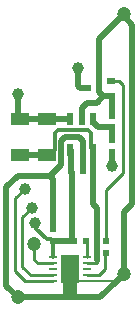
<source format=gbl>
G04*
G04 #@! TF.GenerationSoftware,Altium Limited,Altium Designer,20.1.7 (139)*
G04*
G04 Layer_Physical_Order=2*
G04 Layer_Color=65535*
%FSLAX44Y44*%
%MOMM*%
G71*
G04*
G04 #@! TF.SameCoordinates,E0ED747D-F99B-4A2E-885D-06FFC37D6295*
G04*
G04*
G04 #@! TF.FilePolarity,Positive*
G04*
G01*
G75*
%ADD10C,0.2500*%
%ADD11C,0.2000*%
%ADD23C,0.3000*%
%ADD25R,0.7000X0.5000*%
%ADD26R,0.6000X0.6000*%
%ADD27R,0.6000X0.6000*%
%ADD31R,1.6000X1.0000*%
%ADD33C,0.5000*%
%ADD36C,1.2000*%
%ADD37C,1.0000*%
%ADD38R,0.6000X1.1000*%
%ADD39C,0.7000*%
%ADD40R,0.7000X0.2800*%
%ADD41R,1.6400X2.3800*%
%ADD42R,1.2000X1.5000*%
D10*
X13000Y82000D02*
X21000Y74000D01*
X13000Y144000D02*
X21000Y152000D01*
X13000Y82000D02*
Y144000D01*
X21000Y74000D02*
X44500D01*
X26000Y79000D02*
X44500D01*
X19000Y86000D02*
Y128000D01*
Y86000D02*
X26000Y79000D01*
X19000Y128000D02*
X27000Y136000D01*
X29000Y92000D02*
Y105000D01*
X104000Y165000D02*
Y240000D01*
X101000Y243000D02*
X104000Y240000D01*
X94000Y243500D02*
X94500Y243000D01*
X90000Y151000D02*
X104000Y165000D01*
X94500Y243000D02*
X101000D01*
X90000Y108000D02*
Y151000D01*
X89000Y97000D02*
X90000Y98000D01*
X89000Y84000D02*
Y97000D01*
X73500Y79000D02*
X84000D01*
X89000Y84000D01*
X81000Y89000D02*
X83000Y91000D01*
X73500Y89000D02*
X81000D01*
X32000D02*
X44500D01*
X29000Y92000D02*
X32000Y89000D01*
X73400Y94000D02*
X73500D01*
X73250Y94150D02*
X73400Y94000D01*
X73250Y94150D02*
Y107750D01*
X73000Y108000D02*
X73250Y107750D01*
D11*
X58353Y74000D02*
X63000D01*
X73500D01*
X98272D01*
X56353Y76000D02*
X58353Y74000D01*
X55000Y76000D02*
X56353D01*
D23*
X74743Y201500D02*
X77000Y199243D01*
X46500D02*
X48757Y201500D01*
X74743D01*
X77000Y186500D02*
Y199243D01*
X46500Y184500D02*
Y199243D01*
X61000Y110000D02*
X63000Y108000D01*
X60000Y167000D02*
X61000Y166000D01*
X39500Y109500D02*
X43500D01*
X30839Y118161D02*
X39500Y109500D01*
X30839Y118161D02*
Y121661D01*
X29500Y123000D02*
X30839Y121661D01*
X43500Y109500D02*
X45000Y108000D01*
X59750Y169250D02*
X60000Y169000D01*
X59500Y185000D02*
X59750Y184750D01*
X43000Y181000D02*
X46500Y184500D01*
X77000Y186500D02*
X78500Y185000D01*
X44500Y94000D02*
X44600D01*
X44750Y94150D01*
Y107750D01*
X45000Y108000D01*
D25*
X94000Y243500D02*
D03*
Y230500D02*
D03*
X74000Y237000D02*
D03*
D26*
X90000Y108000D02*
D03*
Y98000D02*
D03*
X95000Y204000D02*
D03*
Y214000D02*
D03*
Y183000D02*
D03*
Y193000D02*
D03*
X45000Y118000D02*
D03*
Y108000D02*
D03*
D27*
X60000Y167000D02*
D03*
X70000D02*
D03*
X63000Y108000D02*
D03*
X73000D02*
D03*
D31*
X17000Y181000D02*
D03*
Y211000D02*
D03*
X40000Y181000D02*
D03*
Y211000D02*
D03*
D33*
X67071Y195750D02*
X70000Y192821D01*
X54929Y195750D02*
X67071D01*
X70000Y167000D02*
Y192821D01*
X52000Y172500D02*
Y192821D01*
X54929Y195750D01*
X42500Y163000D02*
X45000Y160500D01*
X15000Y163000D02*
X42500D01*
X45000Y118000D02*
Y160500D01*
X42500Y163000D02*
X52000Y172500D01*
X85000Y60000D02*
X98636Y73636D01*
X105000Y80000D01*
X15000Y60000D02*
X85000D01*
X74000Y225000D02*
X81929D01*
X87429Y230500D01*
X69000Y211000D02*
X69500Y211500D01*
Y220500D01*
X74000Y225000D01*
X95000Y214000D02*
Y230500D01*
X94000D02*
X95000D01*
X84000Y233929D02*
Y279000D01*
X87429Y230500D02*
X94000D01*
X84000Y233929D02*
X87429Y230500D01*
X84000Y279000D02*
X105000Y300000D01*
X5270Y69730D02*
Y153270D01*
X15000Y163000D01*
X5270Y69730D02*
X15000Y60000D01*
X105000Y80000D02*
Y132000D01*
X112000Y139000D02*
Y291106D01*
X105000Y132000D02*
X112000Y139000D01*
X105000Y298106D02*
X112000Y291106D01*
X105000Y298106D02*
Y300000D01*
X95000Y171000D02*
Y183000D01*
X78500Y139000D02*
X82000Y135500D01*
Y92000D02*
Y135500D01*
X68000Y237000D02*
X74000D01*
X66000Y239000D02*
Y254000D01*
Y239000D02*
X68000Y237000D01*
X78500Y139000D02*
Y185000D01*
X61000Y110000D02*
Y166000D01*
X59750Y169250D02*
Y184750D01*
X17000Y181000D02*
X43000D01*
X78500Y208500D02*
X82625Y204375D01*
X94625D02*
X95000Y204000D01*
X82625Y204375D02*
X94625D01*
X78500Y208500D02*
Y211000D01*
X95000Y193000D02*
Y204000D01*
X40000Y211000D02*
X59500D01*
X40000Y211000D02*
X40000Y211000D01*
X17000Y211000D02*
X40000D01*
X15000Y213000D02*
X17000Y211000D01*
X15000Y213000D02*
Y232000D01*
X45000Y108000D02*
X63000D01*
D36*
X29000Y105000D02*
D03*
X105000Y300000D02*
D03*
Y80000D02*
D03*
X15000Y60000D02*
D03*
D37*
X95000Y171000D02*
D03*
X27000Y136000D02*
D03*
X66000Y254000D02*
D03*
X15000Y232000D02*
D03*
X21000Y152000D02*
D03*
X29500Y123000D02*
D03*
D38*
X59500Y211000D02*
D03*
X69000D02*
D03*
X78500D02*
D03*
Y185000D02*
D03*
X59500D02*
D03*
D39*
X59000Y84000D02*
D03*
X63000Y92000D02*
D03*
X55000D02*
D03*
Y76000D02*
D03*
X63000D02*
D03*
D40*
X73500Y94000D02*
D03*
Y89000D02*
D03*
Y84000D02*
D03*
Y79000D02*
D03*
Y74000D02*
D03*
X44500D02*
D03*
Y79000D02*
D03*
Y84000D02*
D03*
Y89000D02*
D03*
Y94000D02*
D03*
D41*
X59000Y84000D02*
D03*
D42*
X59000Y66500D02*
D03*
M02*

</source>
